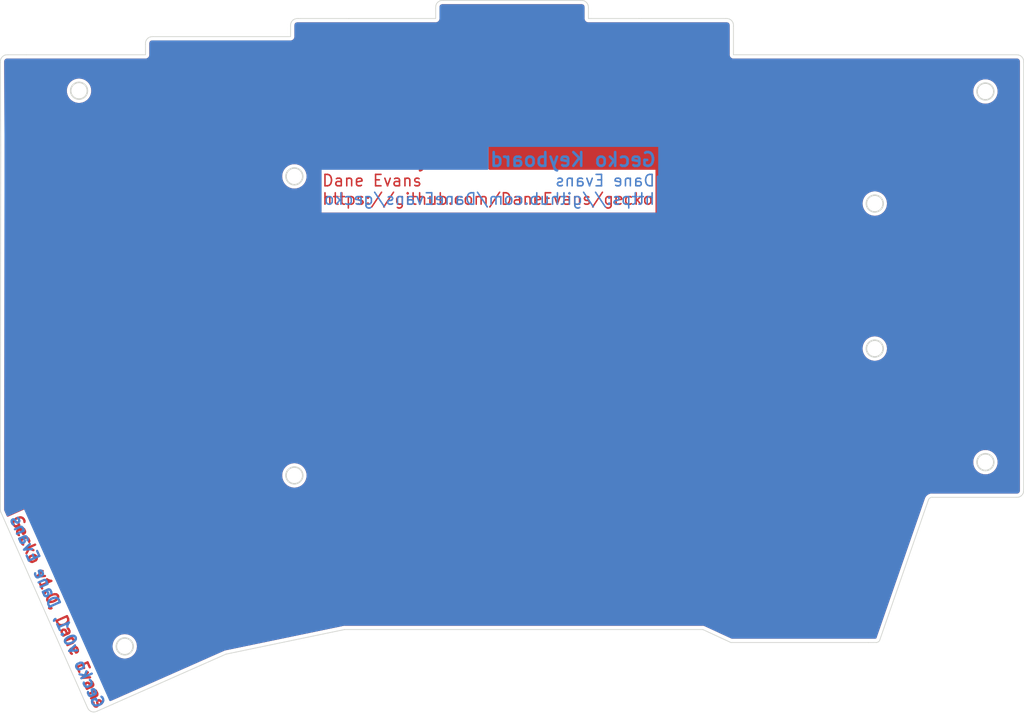
<source format=kicad_pcb>
(kicad_pcb (version 20240108) (generator "pcbnew") (generator_version "8.0")
  (title_block (title "Gecko kbd") (date "2024-09-01") (rev "1.0.0") (company "Dane Evans") (comment 1 "original: foostan's crkbd 4.1"))
  (layers (0 "F.Cu" signal) (31 "B.Cu" signal) (34 "B.Paste" user) (35 "F.Paste" user) (36 "B.SilkS" user "B.Silkscreen") (37 "F.SilkS" user "F.Silkscreen") (38 "B.Mask" user) (39 "F.Mask" user) (44 "Edge.Cuts" user))
  (net 0 "")
  (footprint "Gecko kbd:gecko-copper_No_mask_small" (layer "F.Cu") (at 33.2 94.8)
    (property "Reference" "G***" (hide yes))
    (property "Value" "LOGO" (hide yes))
  )
  (footprint "Gecko kbd:GECKO_name" (layer "F.Cu") (at 35.2 109)
    (property "Reference" "REF**" (hide yes))
    (property "Value" "GECKO_name")
    (fp_text user "Gecko v0.1, Dane Evans" (at 1.8 7.4 -66) (layer "B.Cu") (effects (font (size 1.5 1.5) (thickness 0.3) (bold yes)) (justify left bottom mirror)))
  )
  (footprint "Gecko kbd:gecko-copper_No_mask" (layer "F.Cu") (at 43.4 46.6)
    (property "Reference" "G***" (hide yes))
    (property "Value" "LOGO" (hide yes))
  )
  (footprint "Gecko kbd:GECKO_name" (layer "F.Cu") (at 34.4 104.2)
    (property "Reference" "REF**" (hide yes))
    (property "Value" "GECKO_name")
    (fp_text user "Gecko v1.0, Dane Evans" (at -8.6 -13.2 -66) (layer "F.Cu") (effects (font (size 1.5 1.5) (thickness 0.3) (bold yes)) (justify left bottom)))
  )
  (footprint "Gecko kbd:gecko-copper_No_mask_small" (layer "B.Cu") (at 33.176834 94.777885 180)
    (property "Reference" "G***" (hide yes))
    (property "Value" "LOGO" (hide yes))
  )
  (footprint "Gecko kbd:gecko-copper_No_mask" (layer "B.Cu") (at 43.2 46.4 180)
    (property "Reference" "G***" (hide yes))
    (property "Value" "LOGO" (hide yes))
  )
  (gr_arc (start 140.118386 107.102395) (mid 139.934554 107.312573) (end 139.666515 107.390833) (stroke (width 0.1)) (layer "Edge.Cuts"))
  (gr_curve (pts (xy 44.72242 27.792036) (xy 44.600917 27.792036) (xy 44.471082 27.792036) (xy 44.33184 27.83564)) (stroke (width 0.1)) (layer "Edge.Cuts"))
  (gr_line (start 62.77242 27.792036) (end 62.77242 26.410786) (stroke (width 0.1)) (layer "Edge.Cuts"))
  (gr_circle (center 139.472418 68.773286) (end 140.572418 68.773286) (stroke (width 0.2)) (fill none) (layer "Edge.Cuts"))
  (gr_curve (pts (xy 24.688862 90.118703) (xy 24.705305 90.196457) (xy 24.73251 90.257905) (xy 24.758027 90.315542)) (stroke (width 0.1)) (layer "Edge.Cuts"))
  (gr_circle (center 139.472418 49.723286) (end 140.572418 49.723286) (stroke (width 0.2)) (fill none) (layer "Edge.Cuts"))
  (gr_curve (pts (xy 158.287333 30.187767) (xy 158.194997 30.173278) (xy 158.107242 30.173278) (xy 158.022418 30.173278)) (stroke (width 0.1)) (layer "Edge.Cuts"))
  (gr_curve (pts (xy 120.92242 26.410786) (xy 120.92242 26.289283) (xy 120.92242 26.159448) (xy 120.878816 26.020206)) (stroke (width 0.1)) (layer "Edge.Cuts"))
  (gr_circle (center 154 83.7) (end 155.1 83.7) (stroke (width 0.2)) (fill none) (layer "Edge.Cuts"))
  (gr_line (start 25.67242 30.173286) (end 28.077418 30.173286) (stroke (width 0.1)) (layer "Edge.Cuts"))
  (gr_circle (center 35 34.9) (end 36.1 34.9) (stroke (width 0.2)) (fill none) (layer "Edge.Cuts"))
  (gr_curve (pts (xy 159.022418 31.173278) (xy 159.022418 31.051776) (xy 159.022418 30.92194) (xy 158.978814 30.782699)) (stroke (width 0.1)) (layer "Edge.Cuts"))
  (gr_line (start 70.422418 25.410786) (end 81.82242 25.410786) (stroke (width 0.1)) (layer "Edge.Cuts"))
  (gr_line (start 54.289939 108.922332) (end 69.847416 105.692661) (stroke (width 0.1)) (layer "Edge.Cuts"))
  (gr_curve (pts (xy 62.87072 25.887671) (xy 62.822388 25.980734) (xy 62.798989 26.068888) (xy 62.786909 26.145871)) (stroke (width 0.1)) (layer "Edge.Cuts"))
  (gr_line (start 116.897416 105.692661) (end 69.847416 105.692661) (stroke (width 0.1)) (layer "Edge.Cuts"))
  (gr_line (start 138.622416 107.392661) (end 120.572416 107.392661) (stroke (width 0.1)) (layer "Edge.Cuts"))
  (gr_curve (pts (xy 101.828816 23.638956) (xy 101.795588 23.532848) (xy 101.742399 23.43687) (xy 101.668435 23.348581)) (stroke (width 0.1)) (layer "Edge.Cuts"))
  (gr_curve (pts (xy 62.786909 26.145871) (xy 62.77242 26.238207) (xy 62.77242 26.325962) (xy 62.77242 26.410786)) (stroke (width 0.1)) (layer "Edge.Cuts"))
  (gr_curve (pts (xy 158.412999 88.279682) (xy 158.519108 88.246454) (xy 158.615086 88.193265) (xy 158.703375 88.119301)) (stroke (width 0.1)) (layer "Edge.Cuts"))
  (gr_curve (pts (xy 120.187335 25.425275) (xy 120.094999 25.410786) (xy 120.007244 25.410786) (xy 119.92242 25.410786)) (stroke (width 0.1)) (layer "Edge.Cuts"))
  (gr_line (start 101.87242 25.410786) (end 108.522416 25.410786) (stroke (width 0.1)) (layer "Edge.Cuts"))
  (gr_curve (pts (xy 82.82242 23.029536) (xy 82.700917 23.029536) (xy 82.571082 23.029536) (xy 82.43184 23.07314)) (stroke (width 0.1)) (layer "Edge.Cuts"))
  (gr_curve (pts (xy 63.38184 25.45439) (xy 63.275732 25.487618) (xy 63.179754 25.540807) (xy 63.091465 25.614771)) (stroke (width 0.1)) (layer "Edge.Cuts"))
  (gr_curve (pts (xy 36.080779 115.890436) (xy 36.129967 116.001537) (xy 36.182528 116.120258) (xy 36.278768 116.229927)) (stroke (width 0.1)) (layer "Edge.Cuts"))
  (gr_curve (pts (xy 63.77242 25.410786) (xy 63.650917 25.410786) (xy 63.521082 25.410786) (xy 63.38184 25.45439)) (stroke (width 0.1)) (layer "Edge.Cuts"))
  (gr_curve (pts (xy 81.92072 23.506421) (xy 81.872388 23.599484) (xy 81.848989 23.687638) (xy 81.836909 23.764621)) (stroke (width 0.1)) (layer "Edge.Cuts"))
  (gr_curve (pts (xy 44.33184 27.83564) (xy 44.225732 27.868868) (xy 44.129754 27.922057) (xy 44.041465 27.996021)) (stroke (width 0.1)) (layer "Edge.Cuts"))
  (gr_line (start 108.522416 25.410786) (end 119.92242 25.410786) (stroke (width 0.1)) (layer "Edge.Cuts"))
  (gr_line (start 24.718655 42.074749) (end 24.67242 89.910714) (stroke (width 0.1)) (layer "Edge.Cuts"))
  (gr_line (start 120.92242 26.410786) (end 120.92242 30.173285) (stroke (width 0.1)) (layer "Edge.Cuts"))
  (gr_curve (pts (xy 24.686909 30.908371) (xy 24.67242 31.000707) (xy 24.67242 31.088462) (xy 24.67242 31.173286)) (stroke (width 0.1)) (layer "Edge.Cuts"))
  (gr_line (start 81.82242 25.410786) (end 81.82242 24.029536) (stroke (width 0.1)) (layer "Edge.Cuts"))
  (gr_curve (pts (xy 25.67242 30.173286) (xy 25.550917 30.173286) (xy 25.421082 30.173286) (xy 25.28184 30.21689)) (stroke (width 0.1)) (layer "Edge.Cuts"))
  (gr_curve (pts (xy 101.395535 23.127836) (xy 101.302472 23.079504) (xy 101.214318 23.056105) (xy 101.137335 23.044025)) (stroke (width 0.1)) (layer "Edge.Cuts"))
  (gr_curve (pts (xy 43.82072 28.268921) (xy 43.772388 28.361984) (xy 43.748989 28.450138) (xy 43.736909 28.527121)) (stroke (width 0.1)) (layer "Edge.Cuts"))
  (gr_curve (pts (xy 43.736909 28.527121) (xy 43.72242 28.619457) (xy 43.72242 28.707212) (xy 43.72242 28.792036)) (stroke (width 0.1)) (layer "Edge.Cuts"))
  (gr_line (start 101.87242 24.029536) (end 101.87242 25.410786) (stroke (width 0.1)) (layer "Edge.Cuts"))
  (gr_line (start 43.72242 30.173286) (end 43.72242 28.792036) (stroke (width 0.1)) (layer "Edge.Cuts"))
  (gr_line (start 82.82242 23.029536) (end 100.87242 23.029536) (stroke (width 0.1)) (layer "Edge.Cuts"))
  (gr_curve (pts (xy 24.991465 30.377271) (xy 24.910236 30.445321) (xy 24.829511 30.536967) (xy 24.77072 30.650171)) (stroke (width 0.1)) (layer "Edge.Cuts"))
  (gr_line (start 36.080779 115.890436) (end 24.758027 90.315542) (stroke (width 0.1)) (layer "Edge.Cuts"))
  (gr_curve (pts (xy 44.041465 27.996021) (xy 43.960236 28.064071) (xy 43.879511 28.155717) (xy 43.82072 28.268921)) (stroke (width 0.1)) (layer "Edge.Cuts"))
  (gr_curve (pts (xy 120.878816 26.020206) (xy 120.845588 25.914098) (xy 120.792399 25.81812) (xy 120.718435 25.729831)) (stroke (width 0.1)) (layer "Edge.Cuts"))
  (gr_line (start 24.67242 31.173286) (end 24.718655 42.074749) (stroke (width 0.1)) (layer "Edge.Cuts"))
  (gr_curve (pts (xy 24.67242 89.910714) (xy 24.67242 89.973747) (xy 24.67242 90.040948) (xy 24.688862 90.118703)) (stroke (width 0.1)) (layer "Edge.Cuts"))
  (gr_curve (pts (xy 158.703375 88.119301) (xy 158.784604 88.051251) (xy 158.865328 87.959605) (xy 158.92412 87.846401)) (stroke (width 0.1)) (layer "Edge.Cuts"))
  (gr_circle (center 63.27242 85.442036) (end 64.37242 85.442036) (stroke (width 0.2)) (fill none) (layer "Edge.Cuts"))
  (gr_curve (pts (xy 158.818433 30.492323) (xy 158.750383 30.411094) (xy 158.658737 30.33037) (xy 158.545534 30.271578)) (stroke (width 0.1)) (layer "Edge.Cuts"))
  (gr_curve (pts (xy 37.151898 116.493997) (xy 37.242195 116.469865) (xy 37.322438 116.43434) (xy 37.4 116.4)) (stroke (width 0.1)) (layer "Edge.Cuts"))
  (gr_curve (pts (xy 81.836909 23.764621) (xy 81.82242 23.856957) (xy 81.82242 23.944712) (xy 81.82242 24.029536)) (stroke (width 0.1)) (layer "Edge.Cuts"))
  (gr_curve (pts (xy 101.137335 23.044025) (xy 101.044999 23.029536) (xy 100.957244 23.029536) (xy 100.87242 23.029536)) (stroke (width 0.1)) (layer "Edge.Cuts"))
  (gr_curve (pts (xy 120.718435 25.729831) (xy 120.650385 25.648602) (xy 120.558739 25.567877) (xy 120.445535 25.509086)) (stroke (width 0.1)) (layer "Edge.Cuts"))
  (gr_circle (center 154 35) (end 155.1 35) (stroke (width 0.2)) (fill none) (layer "Edge.Cuts"))
  (gr_curve (pts (xy 25.28184 30.21689) (xy 25.175732 30.250118) (xy 25.079754 30.303307) (xy 24.991465 30.377271)) (stroke (width 0.1)) (layer "Edge.Cuts"))
  (gr_curve (pts (xy 36.881873 116.521887) (xy 36.986536 116.528407) (xy 37.076615 116.514116) (xy 37.151898 116.493997)) (stroke (width 0.1)) (layer "Edge.Cuts"))
  (gr_curve (pts (xy 36.542971 116.430517) (xy 36.63808 116.477244) (xy 36.75456 116.513957) (xy 36.881873 116.521887)) (stroke (width 0.1)) (layer "Edge.Cuts"))
  (gr_line (start 63.77242 25.410786) (end 70.422418 25.410786) (stroke (width 0.1)) (layer "Edge.Cuts"))
  (gr_circle (center 41 107.9) (end 42.1 107.9) (stroke (width 0.2)) (fill none) (layer "Edge.Cuts"))
  (gr_curve (pts (xy 24.77072 30.654536) (xy 24.722388 30.743234) (xy 24.698989 30.831388) (xy 24.686909 30.908371)) (stroke (width 0.1)) (layer "Edge.Cuts"))
  (gr_curve (pts (xy 101.668435 23.348581) (xy 101.600385 23.267352) (xy 101.508739 23.186627) (xy 101.395535 23.127836)) (stroke (width 0.1)) (layer "Edge.Cuts"))
  (gr_line (start 44.72242 27.792036) (end 62.77242 27.792036) (stroke (width 0.1)) (layer "Edge.Cuts"))
  (gr_curve (pts (xy 101.87242 24.029536) (xy 101.87242 23.908033) (xy 101.87242 23.778198) (xy 101.828816 23.638956)) (stroke (width 0.1)) (layer "Edge.Cuts"))
  (gr_line (start 146.524712 88.634901) (end 140.118386 107.102394) (stroke (width 0.1)) (layer "Edge.Cuts"))
  (gr_line (start 159.022418 31.173278) (end 159.02242 87.323286) (stroke (width 0.1)) (layer "Edge.Cuts"))
  (gr_line (start 120.572416 107.392661) (end 116.897416 105.692661) (stroke (width 0.1)) (layer "Edge.Cuts"))
  (gr_curve (pts (xy 82.141465 23.233521) (xy 82.060236 23.301571) (xy 81.979511 23.393217) (xy 81.92072 23.506421)) (stroke (width 0.1)) (layer "Edge.Cuts"))
  (gr_curve (pts (xy 36.278768 116.229927) (xy 36.352108 116.3135) (xy 36.439597 116.37973) (xy 36.542971 116.430517)) (stroke (width 0.1)) (layer "Edge.Cuts"))
  (gr_curve (pts (xy 120.445535 25.509086) (xy 120.352472 25.460754) (xy 120.264318 25.437355) (xy 120.187335 25.425275)) (stroke (width 0.1)) (layer "Edge.Cuts"))
  (gr_curve (pts (xy 158.92412 87.846401) (xy 158.972451 87.753338) (xy 158.995851 87.665184) (xy 159.007931 87.588201)) (stroke (width 0.1)) (layer "Edge.Cuts"))
  (gr_curve (pts (xy 158.545534 30.271578) (xy 158.45247 30.223246) (xy 158.364316 30.199847) (xy 158.287333 30.187767)) (stroke (width 0.1)) (layer "Edge.Cuts"))
  (gr_curve (pts (xy 158.978814 30.782699) (xy 158.945586 30.67659) (xy 158.892397 30.580612) (xy 158.818433 30.492323)) (stroke (width 0.1)) (layer "Edge.Cuts"))
  (gr_curve (pts (xy 82.43184 23.07314) (xy 82.325732 23.106368) (xy 82.229754 23.159557) (xy 82.141465 23.233521)) (stroke (width 0.1)) (layer "Edge.Cuts"))
  (gr_line (start 28.077418 30.173286) (end 43.72242 30.173286) (stroke (width 0.1)) (layer "Edge.Cuts"))
  (gr_line (start 146.997416 88.323286) (end 158.02242 88.323286) (stroke (width 0.1)) (layer "Edge.Cuts"))
  (gr_line (start 139.666515 107.390833) (end 138.622416 107.392661) (stroke (width 0.1)) (layer "Edge.Cuts"))
  (gr_curve (pts (xy 159.007931 87.588201) (xy 159.02242 87.495865) (xy 159.02242 87.40811) (xy 159.02242 87.323286)) (stroke (width 0.1)) (layer "Edge.Cuts"))
  (gr_line (start 120.92242 30.173285) (end 158.022418 30.173278) (stroke (width 0.1)) (layer "Edge.Cuts"))
  (gr_curve (pts (xy 63.091465 25.614771) (xy 63.010236 25.682821) (xy 62.929511 25.774467) (xy 62.87072 25.887671)) (stroke (width 0.1)) (layer "Edge.Cuts"))
  (gr_curve (pts (xy 158.02242 88.323286) (xy 158.143922 88.323286) (xy 158.273758 88.323286) (xy 158.412999 88.279682)) (stroke (width 0.1)) (layer "Edge.Cuts"))
  (gr_line (start 54.289939 108.922332) (end 37.4 116.4) (stroke (width 0.1)) (layer "Edge.Cuts"))
  (gr_arc (start 146.524712 88.634901) (mid 146.711869 88.402121) (end 146.997416 88.314427) (stroke (width 0.1)) (layer "Edge.Cuts"))
  (gr_circle (center 63.272418 46.151411) (end 64.372418 46.151411) (stroke (width 0.2)) (fill none) (layer "Edge.Cuts"))
  (gr_text "Gecko Keyboard " (at 66.6 45 0) (layer "F.Cu") (effects (font (size 1.8 1.8) (thickness 0.35) (bold yes)) (justify left bottom)))
  (gr_text "Dane Evans\nhttps://github.com/DaneEvans/gecko" (at 66.8 50 0) (layer "F.Cu") (effects (font (size 1.5 1.5) (thickness 0.2)) (justify left bottom)))
  (gr_text "Dane Evans\nhttps://github.com/DaneEvans/gecko" (at 110.728576 50 -0) (layer "B.Cu") (effects (font (size 1.5 1.5) (thickness 0.2)) (justify left bottom mirror)))
  (gr_text "Gecko Keyboard " (at 110.928576 45 -0) (layer "B.Cu") (effects (font (size 1.8 1.8) (thickness 0.35) (bold yes)) (justify left bottom mirror)))
  (zone (net 0) (net_name "") (layers "F&B.Cu") (connect_pads (clearance 0.5)) (min_thickness 0.25) (fill yes (thermal_gap 0.5) (thermal_bridge_width 0.5) (island_removal_mode 1) (island_area_min 10))
    (polygon (pts (xy 24.991465 30.377271) (xy 82.141465 23.233521) (xy 101.395535 23.127836) (xy 158.818433 30.492323) (xy 158.703375 88.119301) (xy 139.934554 107.312573) (xy 36.542971 116.430517) (xy 24.67242 89.910714)))
  )
)
</source>
